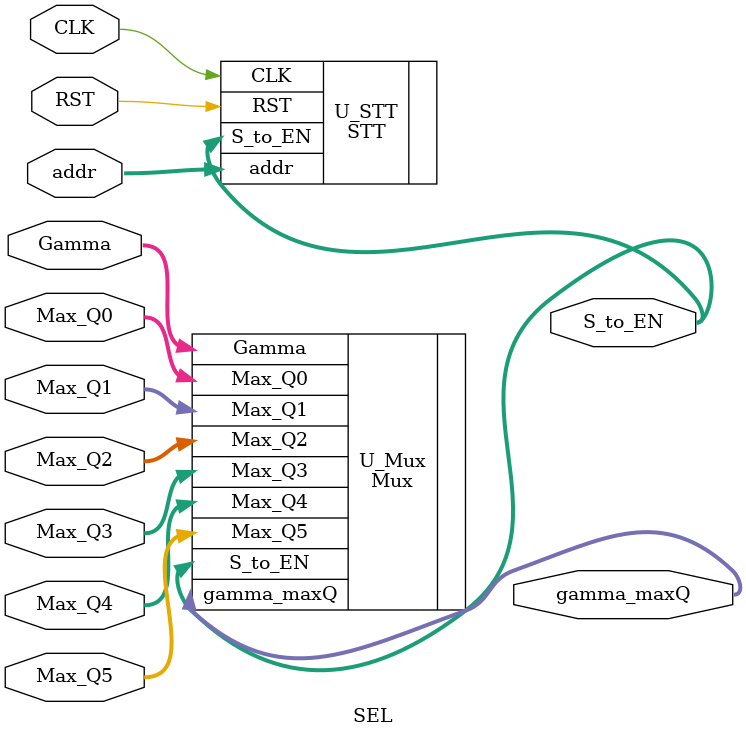
<source format=v>
module SEL #(parameter depth = 24)(
input   wire	                     	CLK, RST,
input   wire	[$clog2(depth)-1: 0] 	addr,		//{S_to_EN,A}
input   wire	[23:0]               	Gamma,
input   wire	[23:0]               	Max_Q0, Max_Q1, Max_Q2, Max_Q3, Max_Q4, Max_Q5,
output  wire	[2:0]                	S_to_EN,
output  wire	[23:0]               	gamma_maxQ
);



//port mapping//

STT U_STT(
.CLK    (CLK),
.RST    (RST),
.addr   (addr),
.S_to_EN(S_to_EN)

);

Mux U_Mux(
.Max_Q0   	(Max_Q0),
.Max_Q1	  	(Max_Q1),
.Max_Q2	 	(Max_Q2),
.Max_Q3   	(Max_Q3),
.Max_Q4   	(Max_Q4),
.Max_Q5   	(Max_Q5),
.S_to_EN	(S_to_EN),
.Gamma   	(Gamma),
.gamma_maxQ	(gamma_maxQ)
);
 endmodule
// 24 Q signals are added in the final top module 	
</source>
